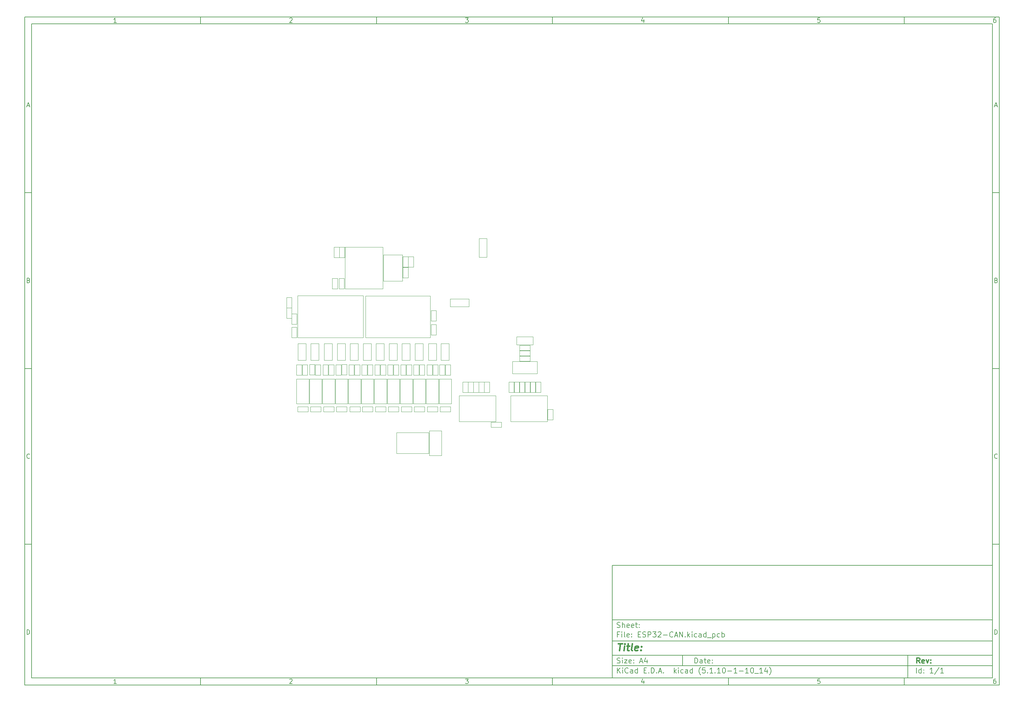
<source format=gbr>
G04 #@! TF.GenerationSoftware,KiCad,Pcbnew,(5.1.10-1-10_14)*
G04 #@! TF.CreationDate,2021-11-05T12:48:00+08:00*
G04 #@! TF.ProjectId,ESP32-CAN,45535033-322d-4434-914e-2e6b69636164,rev?*
G04 #@! TF.SameCoordinates,Original*
G04 #@! TF.FileFunction,Other,User*
%FSLAX46Y46*%
G04 Gerber Fmt 4.6, Leading zero omitted, Abs format (unit mm)*
G04 Created by KiCad (PCBNEW (5.1.10-1-10_14)) date 2021-11-05 12:48:00*
%MOMM*%
%LPD*%
G01*
G04 APERTURE LIST*
%ADD10C,0.100000*%
%ADD11C,0.150000*%
%ADD12C,0.300000*%
%ADD13C,0.400000*%
%ADD14C,0.050000*%
G04 APERTURE END LIST*
D10*
D11*
X177002200Y-166007200D02*
X177002200Y-198007200D01*
X285002200Y-198007200D01*
X285002200Y-166007200D01*
X177002200Y-166007200D01*
D10*
D11*
X10000000Y-10000000D02*
X10000000Y-200007200D01*
X287002200Y-200007200D01*
X287002200Y-10000000D01*
X10000000Y-10000000D01*
D10*
D11*
X12000000Y-12000000D02*
X12000000Y-198007200D01*
X285002200Y-198007200D01*
X285002200Y-12000000D01*
X12000000Y-12000000D01*
D10*
D11*
X60000000Y-12000000D02*
X60000000Y-10000000D01*
D10*
D11*
X110000000Y-12000000D02*
X110000000Y-10000000D01*
D10*
D11*
X160000000Y-12000000D02*
X160000000Y-10000000D01*
D10*
D11*
X210000000Y-12000000D02*
X210000000Y-10000000D01*
D10*
D11*
X260000000Y-12000000D02*
X260000000Y-10000000D01*
D10*
D11*
X36065476Y-11588095D02*
X35322619Y-11588095D01*
X35694047Y-11588095D02*
X35694047Y-10288095D01*
X35570238Y-10473809D01*
X35446428Y-10597619D01*
X35322619Y-10659523D01*
D10*
D11*
X85322619Y-10411904D02*
X85384523Y-10350000D01*
X85508333Y-10288095D01*
X85817857Y-10288095D01*
X85941666Y-10350000D01*
X86003571Y-10411904D01*
X86065476Y-10535714D01*
X86065476Y-10659523D01*
X86003571Y-10845238D01*
X85260714Y-11588095D01*
X86065476Y-11588095D01*
D10*
D11*
X135260714Y-10288095D02*
X136065476Y-10288095D01*
X135632142Y-10783333D01*
X135817857Y-10783333D01*
X135941666Y-10845238D01*
X136003571Y-10907142D01*
X136065476Y-11030952D01*
X136065476Y-11340476D01*
X136003571Y-11464285D01*
X135941666Y-11526190D01*
X135817857Y-11588095D01*
X135446428Y-11588095D01*
X135322619Y-11526190D01*
X135260714Y-11464285D01*
D10*
D11*
X185941666Y-10721428D02*
X185941666Y-11588095D01*
X185632142Y-10226190D02*
X185322619Y-11154761D01*
X186127380Y-11154761D01*
D10*
D11*
X236003571Y-10288095D02*
X235384523Y-10288095D01*
X235322619Y-10907142D01*
X235384523Y-10845238D01*
X235508333Y-10783333D01*
X235817857Y-10783333D01*
X235941666Y-10845238D01*
X236003571Y-10907142D01*
X236065476Y-11030952D01*
X236065476Y-11340476D01*
X236003571Y-11464285D01*
X235941666Y-11526190D01*
X235817857Y-11588095D01*
X235508333Y-11588095D01*
X235384523Y-11526190D01*
X235322619Y-11464285D01*
D10*
D11*
X285941666Y-10288095D02*
X285694047Y-10288095D01*
X285570238Y-10350000D01*
X285508333Y-10411904D01*
X285384523Y-10597619D01*
X285322619Y-10845238D01*
X285322619Y-11340476D01*
X285384523Y-11464285D01*
X285446428Y-11526190D01*
X285570238Y-11588095D01*
X285817857Y-11588095D01*
X285941666Y-11526190D01*
X286003571Y-11464285D01*
X286065476Y-11340476D01*
X286065476Y-11030952D01*
X286003571Y-10907142D01*
X285941666Y-10845238D01*
X285817857Y-10783333D01*
X285570238Y-10783333D01*
X285446428Y-10845238D01*
X285384523Y-10907142D01*
X285322619Y-11030952D01*
D10*
D11*
X60000000Y-198007200D02*
X60000000Y-200007200D01*
D10*
D11*
X110000000Y-198007200D02*
X110000000Y-200007200D01*
D10*
D11*
X160000000Y-198007200D02*
X160000000Y-200007200D01*
D10*
D11*
X210000000Y-198007200D02*
X210000000Y-200007200D01*
D10*
D11*
X260000000Y-198007200D02*
X260000000Y-200007200D01*
D10*
D11*
X36065476Y-199595295D02*
X35322619Y-199595295D01*
X35694047Y-199595295D02*
X35694047Y-198295295D01*
X35570238Y-198481009D01*
X35446428Y-198604819D01*
X35322619Y-198666723D01*
D10*
D11*
X85322619Y-198419104D02*
X85384523Y-198357200D01*
X85508333Y-198295295D01*
X85817857Y-198295295D01*
X85941666Y-198357200D01*
X86003571Y-198419104D01*
X86065476Y-198542914D01*
X86065476Y-198666723D01*
X86003571Y-198852438D01*
X85260714Y-199595295D01*
X86065476Y-199595295D01*
D10*
D11*
X135260714Y-198295295D02*
X136065476Y-198295295D01*
X135632142Y-198790533D01*
X135817857Y-198790533D01*
X135941666Y-198852438D01*
X136003571Y-198914342D01*
X136065476Y-199038152D01*
X136065476Y-199347676D01*
X136003571Y-199471485D01*
X135941666Y-199533390D01*
X135817857Y-199595295D01*
X135446428Y-199595295D01*
X135322619Y-199533390D01*
X135260714Y-199471485D01*
D10*
D11*
X185941666Y-198728628D02*
X185941666Y-199595295D01*
X185632142Y-198233390D02*
X185322619Y-199161961D01*
X186127380Y-199161961D01*
D10*
D11*
X236003571Y-198295295D02*
X235384523Y-198295295D01*
X235322619Y-198914342D01*
X235384523Y-198852438D01*
X235508333Y-198790533D01*
X235817857Y-198790533D01*
X235941666Y-198852438D01*
X236003571Y-198914342D01*
X236065476Y-199038152D01*
X236065476Y-199347676D01*
X236003571Y-199471485D01*
X235941666Y-199533390D01*
X235817857Y-199595295D01*
X235508333Y-199595295D01*
X235384523Y-199533390D01*
X235322619Y-199471485D01*
D10*
D11*
X285941666Y-198295295D02*
X285694047Y-198295295D01*
X285570238Y-198357200D01*
X285508333Y-198419104D01*
X285384523Y-198604819D01*
X285322619Y-198852438D01*
X285322619Y-199347676D01*
X285384523Y-199471485D01*
X285446428Y-199533390D01*
X285570238Y-199595295D01*
X285817857Y-199595295D01*
X285941666Y-199533390D01*
X286003571Y-199471485D01*
X286065476Y-199347676D01*
X286065476Y-199038152D01*
X286003571Y-198914342D01*
X285941666Y-198852438D01*
X285817857Y-198790533D01*
X285570238Y-198790533D01*
X285446428Y-198852438D01*
X285384523Y-198914342D01*
X285322619Y-199038152D01*
D10*
D11*
X10000000Y-60000000D02*
X12000000Y-60000000D01*
D10*
D11*
X10000000Y-110000000D02*
X12000000Y-110000000D01*
D10*
D11*
X10000000Y-160000000D02*
X12000000Y-160000000D01*
D10*
D11*
X10690476Y-35216666D02*
X11309523Y-35216666D01*
X10566666Y-35588095D02*
X11000000Y-34288095D01*
X11433333Y-35588095D01*
D10*
D11*
X11092857Y-84907142D02*
X11278571Y-84969047D01*
X11340476Y-85030952D01*
X11402380Y-85154761D01*
X11402380Y-85340476D01*
X11340476Y-85464285D01*
X11278571Y-85526190D01*
X11154761Y-85588095D01*
X10659523Y-85588095D01*
X10659523Y-84288095D01*
X11092857Y-84288095D01*
X11216666Y-84350000D01*
X11278571Y-84411904D01*
X11340476Y-84535714D01*
X11340476Y-84659523D01*
X11278571Y-84783333D01*
X11216666Y-84845238D01*
X11092857Y-84907142D01*
X10659523Y-84907142D01*
D10*
D11*
X11402380Y-135464285D02*
X11340476Y-135526190D01*
X11154761Y-135588095D01*
X11030952Y-135588095D01*
X10845238Y-135526190D01*
X10721428Y-135402380D01*
X10659523Y-135278571D01*
X10597619Y-135030952D01*
X10597619Y-134845238D01*
X10659523Y-134597619D01*
X10721428Y-134473809D01*
X10845238Y-134350000D01*
X11030952Y-134288095D01*
X11154761Y-134288095D01*
X11340476Y-134350000D01*
X11402380Y-134411904D01*
D10*
D11*
X10659523Y-185588095D02*
X10659523Y-184288095D01*
X10969047Y-184288095D01*
X11154761Y-184350000D01*
X11278571Y-184473809D01*
X11340476Y-184597619D01*
X11402380Y-184845238D01*
X11402380Y-185030952D01*
X11340476Y-185278571D01*
X11278571Y-185402380D01*
X11154761Y-185526190D01*
X10969047Y-185588095D01*
X10659523Y-185588095D01*
D10*
D11*
X287002200Y-60000000D02*
X285002200Y-60000000D01*
D10*
D11*
X287002200Y-110000000D02*
X285002200Y-110000000D01*
D10*
D11*
X287002200Y-160000000D02*
X285002200Y-160000000D01*
D10*
D11*
X285692676Y-35216666D02*
X286311723Y-35216666D01*
X285568866Y-35588095D02*
X286002200Y-34288095D01*
X286435533Y-35588095D01*
D10*
D11*
X286095057Y-84907142D02*
X286280771Y-84969047D01*
X286342676Y-85030952D01*
X286404580Y-85154761D01*
X286404580Y-85340476D01*
X286342676Y-85464285D01*
X286280771Y-85526190D01*
X286156961Y-85588095D01*
X285661723Y-85588095D01*
X285661723Y-84288095D01*
X286095057Y-84288095D01*
X286218866Y-84350000D01*
X286280771Y-84411904D01*
X286342676Y-84535714D01*
X286342676Y-84659523D01*
X286280771Y-84783333D01*
X286218866Y-84845238D01*
X286095057Y-84907142D01*
X285661723Y-84907142D01*
D10*
D11*
X286404580Y-135464285D02*
X286342676Y-135526190D01*
X286156961Y-135588095D01*
X286033152Y-135588095D01*
X285847438Y-135526190D01*
X285723628Y-135402380D01*
X285661723Y-135278571D01*
X285599819Y-135030952D01*
X285599819Y-134845238D01*
X285661723Y-134597619D01*
X285723628Y-134473809D01*
X285847438Y-134350000D01*
X286033152Y-134288095D01*
X286156961Y-134288095D01*
X286342676Y-134350000D01*
X286404580Y-134411904D01*
D10*
D11*
X285661723Y-185588095D02*
X285661723Y-184288095D01*
X285971247Y-184288095D01*
X286156961Y-184350000D01*
X286280771Y-184473809D01*
X286342676Y-184597619D01*
X286404580Y-184845238D01*
X286404580Y-185030952D01*
X286342676Y-185278571D01*
X286280771Y-185402380D01*
X286156961Y-185526190D01*
X285971247Y-185588095D01*
X285661723Y-185588095D01*
D10*
D11*
X200434342Y-193785771D02*
X200434342Y-192285771D01*
X200791485Y-192285771D01*
X201005771Y-192357200D01*
X201148628Y-192500057D01*
X201220057Y-192642914D01*
X201291485Y-192928628D01*
X201291485Y-193142914D01*
X201220057Y-193428628D01*
X201148628Y-193571485D01*
X201005771Y-193714342D01*
X200791485Y-193785771D01*
X200434342Y-193785771D01*
X202577200Y-193785771D02*
X202577200Y-193000057D01*
X202505771Y-192857200D01*
X202362914Y-192785771D01*
X202077200Y-192785771D01*
X201934342Y-192857200D01*
X202577200Y-193714342D02*
X202434342Y-193785771D01*
X202077200Y-193785771D01*
X201934342Y-193714342D01*
X201862914Y-193571485D01*
X201862914Y-193428628D01*
X201934342Y-193285771D01*
X202077200Y-193214342D01*
X202434342Y-193214342D01*
X202577200Y-193142914D01*
X203077200Y-192785771D02*
X203648628Y-192785771D01*
X203291485Y-192285771D02*
X203291485Y-193571485D01*
X203362914Y-193714342D01*
X203505771Y-193785771D01*
X203648628Y-193785771D01*
X204720057Y-193714342D02*
X204577200Y-193785771D01*
X204291485Y-193785771D01*
X204148628Y-193714342D01*
X204077200Y-193571485D01*
X204077200Y-193000057D01*
X204148628Y-192857200D01*
X204291485Y-192785771D01*
X204577200Y-192785771D01*
X204720057Y-192857200D01*
X204791485Y-193000057D01*
X204791485Y-193142914D01*
X204077200Y-193285771D01*
X205434342Y-193642914D02*
X205505771Y-193714342D01*
X205434342Y-193785771D01*
X205362914Y-193714342D01*
X205434342Y-193642914D01*
X205434342Y-193785771D01*
X205434342Y-192857200D02*
X205505771Y-192928628D01*
X205434342Y-193000057D01*
X205362914Y-192928628D01*
X205434342Y-192857200D01*
X205434342Y-193000057D01*
D10*
D11*
X177002200Y-194507200D02*
X285002200Y-194507200D01*
D10*
D11*
X178434342Y-196585771D02*
X178434342Y-195085771D01*
X179291485Y-196585771D02*
X178648628Y-195728628D01*
X179291485Y-195085771D02*
X178434342Y-195942914D01*
X179934342Y-196585771D02*
X179934342Y-195585771D01*
X179934342Y-195085771D02*
X179862914Y-195157200D01*
X179934342Y-195228628D01*
X180005771Y-195157200D01*
X179934342Y-195085771D01*
X179934342Y-195228628D01*
X181505771Y-196442914D02*
X181434342Y-196514342D01*
X181220057Y-196585771D01*
X181077200Y-196585771D01*
X180862914Y-196514342D01*
X180720057Y-196371485D01*
X180648628Y-196228628D01*
X180577200Y-195942914D01*
X180577200Y-195728628D01*
X180648628Y-195442914D01*
X180720057Y-195300057D01*
X180862914Y-195157200D01*
X181077200Y-195085771D01*
X181220057Y-195085771D01*
X181434342Y-195157200D01*
X181505771Y-195228628D01*
X182791485Y-196585771D02*
X182791485Y-195800057D01*
X182720057Y-195657200D01*
X182577200Y-195585771D01*
X182291485Y-195585771D01*
X182148628Y-195657200D01*
X182791485Y-196514342D02*
X182648628Y-196585771D01*
X182291485Y-196585771D01*
X182148628Y-196514342D01*
X182077200Y-196371485D01*
X182077200Y-196228628D01*
X182148628Y-196085771D01*
X182291485Y-196014342D01*
X182648628Y-196014342D01*
X182791485Y-195942914D01*
X184148628Y-196585771D02*
X184148628Y-195085771D01*
X184148628Y-196514342D02*
X184005771Y-196585771D01*
X183720057Y-196585771D01*
X183577200Y-196514342D01*
X183505771Y-196442914D01*
X183434342Y-196300057D01*
X183434342Y-195871485D01*
X183505771Y-195728628D01*
X183577200Y-195657200D01*
X183720057Y-195585771D01*
X184005771Y-195585771D01*
X184148628Y-195657200D01*
X186005771Y-195800057D02*
X186505771Y-195800057D01*
X186720057Y-196585771D02*
X186005771Y-196585771D01*
X186005771Y-195085771D01*
X186720057Y-195085771D01*
X187362914Y-196442914D02*
X187434342Y-196514342D01*
X187362914Y-196585771D01*
X187291485Y-196514342D01*
X187362914Y-196442914D01*
X187362914Y-196585771D01*
X188077200Y-196585771D02*
X188077200Y-195085771D01*
X188434342Y-195085771D01*
X188648628Y-195157200D01*
X188791485Y-195300057D01*
X188862914Y-195442914D01*
X188934342Y-195728628D01*
X188934342Y-195942914D01*
X188862914Y-196228628D01*
X188791485Y-196371485D01*
X188648628Y-196514342D01*
X188434342Y-196585771D01*
X188077200Y-196585771D01*
X189577200Y-196442914D02*
X189648628Y-196514342D01*
X189577200Y-196585771D01*
X189505771Y-196514342D01*
X189577200Y-196442914D01*
X189577200Y-196585771D01*
X190220057Y-196157200D02*
X190934342Y-196157200D01*
X190077200Y-196585771D02*
X190577200Y-195085771D01*
X191077200Y-196585771D01*
X191577200Y-196442914D02*
X191648628Y-196514342D01*
X191577200Y-196585771D01*
X191505771Y-196514342D01*
X191577200Y-196442914D01*
X191577200Y-196585771D01*
X194577200Y-196585771D02*
X194577200Y-195085771D01*
X194720057Y-196014342D02*
X195148628Y-196585771D01*
X195148628Y-195585771D02*
X194577200Y-196157200D01*
X195791485Y-196585771D02*
X195791485Y-195585771D01*
X195791485Y-195085771D02*
X195720057Y-195157200D01*
X195791485Y-195228628D01*
X195862914Y-195157200D01*
X195791485Y-195085771D01*
X195791485Y-195228628D01*
X197148628Y-196514342D02*
X197005771Y-196585771D01*
X196720057Y-196585771D01*
X196577200Y-196514342D01*
X196505771Y-196442914D01*
X196434342Y-196300057D01*
X196434342Y-195871485D01*
X196505771Y-195728628D01*
X196577200Y-195657200D01*
X196720057Y-195585771D01*
X197005771Y-195585771D01*
X197148628Y-195657200D01*
X198434342Y-196585771D02*
X198434342Y-195800057D01*
X198362914Y-195657200D01*
X198220057Y-195585771D01*
X197934342Y-195585771D01*
X197791485Y-195657200D01*
X198434342Y-196514342D02*
X198291485Y-196585771D01*
X197934342Y-196585771D01*
X197791485Y-196514342D01*
X197720057Y-196371485D01*
X197720057Y-196228628D01*
X197791485Y-196085771D01*
X197934342Y-196014342D01*
X198291485Y-196014342D01*
X198434342Y-195942914D01*
X199791485Y-196585771D02*
X199791485Y-195085771D01*
X199791485Y-196514342D02*
X199648628Y-196585771D01*
X199362914Y-196585771D01*
X199220057Y-196514342D01*
X199148628Y-196442914D01*
X199077200Y-196300057D01*
X199077200Y-195871485D01*
X199148628Y-195728628D01*
X199220057Y-195657200D01*
X199362914Y-195585771D01*
X199648628Y-195585771D01*
X199791485Y-195657200D01*
X202077200Y-197157200D02*
X202005771Y-197085771D01*
X201862914Y-196871485D01*
X201791485Y-196728628D01*
X201720057Y-196514342D01*
X201648628Y-196157200D01*
X201648628Y-195871485D01*
X201720057Y-195514342D01*
X201791485Y-195300057D01*
X201862914Y-195157200D01*
X202005771Y-194942914D01*
X202077200Y-194871485D01*
X203362914Y-195085771D02*
X202648628Y-195085771D01*
X202577200Y-195800057D01*
X202648628Y-195728628D01*
X202791485Y-195657200D01*
X203148628Y-195657200D01*
X203291485Y-195728628D01*
X203362914Y-195800057D01*
X203434342Y-195942914D01*
X203434342Y-196300057D01*
X203362914Y-196442914D01*
X203291485Y-196514342D01*
X203148628Y-196585771D01*
X202791485Y-196585771D01*
X202648628Y-196514342D01*
X202577200Y-196442914D01*
X204077200Y-196442914D02*
X204148628Y-196514342D01*
X204077200Y-196585771D01*
X204005771Y-196514342D01*
X204077200Y-196442914D01*
X204077200Y-196585771D01*
X205577200Y-196585771D02*
X204720057Y-196585771D01*
X205148628Y-196585771D02*
X205148628Y-195085771D01*
X205005771Y-195300057D01*
X204862914Y-195442914D01*
X204720057Y-195514342D01*
X206220057Y-196442914D02*
X206291485Y-196514342D01*
X206220057Y-196585771D01*
X206148628Y-196514342D01*
X206220057Y-196442914D01*
X206220057Y-196585771D01*
X207720057Y-196585771D02*
X206862914Y-196585771D01*
X207291485Y-196585771D02*
X207291485Y-195085771D01*
X207148628Y-195300057D01*
X207005771Y-195442914D01*
X206862914Y-195514342D01*
X208648628Y-195085771D02*
X208791485Y-195085771D01*
X208934342Y-195157200D01*
X209005771Y-195228628D01*
X209077200Y-195371485D01*
X209148628Y-195657200D01*
X209148628Y-196014342D01*
X209077200Y-196300057D01*
X209005771Y-196442914D01*
X208934342Y-196514342D01*
X208791485Y-196585771D01*
X208648628Y-196585771D01*
X208505771Y-196514342D01*
X208434342Y-196442914D01*
X208362914Y-196300057D01*
X208291485Y-196014342D01*
X208291485Y-195657200D01*
X208362914Y-195371485D01*
X208434342Y-195228628D01*
X208505771Y-195157200D01*
X208648628Y-195085771D01*
X209791485Y-196014342D02*
X210934342Y-196014342D01*
X212434342Y-196585771D02*
X211577200Y-196585771D01*
X212005771Y-196585771D02*
X212005771Y-195085771D01*
X211862914Y-195300057D01*
X211720057Y-195442914D01*
X211577200Y-195514342D01*
X213077200Y-196014342D02*
X214220057Y-196014342D01*
X215720057Y-196585771D02*
X214862914Y-196585771D01*
X215291485Y-196585771D02*
X215291485Y-195085771D01*
X215148628Y-195300057D01*
X215005771Y-195442914D01*
X214862914Y-195514342D01*
X216648628Y-195085771D02*
X216791485Y-195085771D01*
X216934342Y-195157200D01*
X217005771Y-195228628D01*
X217077200Y-195371485D01*
X217148628Y-195657200D01*
X217148628Y-196014342D01*
X217077200Y-196300057D01*
X217005771Y-196442914D01*
X216934342Y-196514342D01*
X216791485Y-196585771D01*
X216648628Y-196585771D01*
X216505771Y-196514342D01*
X216434342Y-196442914D01*
X216362914Y-196300057D01*
X216291485Y-196014342D01*
X216291485Y-195657200D01*
X216362914Y-195371485D01*
X216434342Y-195228628D01*
X216505771Y-195157200D01*
X216648628Y-195085771D01*
X217434342Y-196728628D02*
X218577200Y-196728628D01*
X219720057Y-196585771D02*
X218862914Y-196585771D01*
X219291485Y-196585771D02*
X219291485Y-195085771D01*
X219148628Y-195300057D01*
X219005771Y-195442914D01*
X218862914Y-195514342D01*
X221005771Y-195585771D02*
X221005771Y-196585771D01*
X220648628Y-195014342D02*
X220291485Y-196085771D01*
X221220057Y-196085771D01*
X221648628Y-197157200D02*
X221720057Y-197085771D01*
X221862914Y-196871485D01*
X221934342Y-196728628D01*
X222005771Y-196514342D01*
X222077200Y-196157200D01*
X222077200Y-195871485D01*
X222005771Y-195514342D01*
X221934342Y-195300057D01*
X221862914Y-195157200D01*
X221720057Y-194942914D01*
X221648628Y-194871485D01*
D10*
D11*
X177002200Y-191507200D02*
X285002200Y-191507200D01*
D10*
D12*
X264411485Y-193785771D02*
X263911485Y-193071485D01*
X263554342Y-193785771D02*
X263554342Y-192285771D01*
X264125771Y-192285771D01*
X264268628Y-192357200D01*
X264340057Y-192428628D01*
X264411485Y-192571485D01*
X264411485Y-192785771D01*
X264340057Y-192928628D01*
X264268628Y-193000057D01*
X264125771Y-193071485D01*
X263554342Y-193071485D01*
X265625771Y-193714342D02*
X265482914Y-193785771D01*
X265197200Y-193785771D01*
X265054342Y-193714342D01*
X264982914Y-193571485D01*
X264982914Y-193000057D01*
X265054342Y-192857200D01*
X265197200Y-192785771D01*
X265482914Y-192785771D01*
X265625771Y-192857200D01*
X265697200Y-193000057D01*
X265697200Y-193142914D01*
X264982914Y-193285771D01*
X266197200Y-192785771D02*
X266554342Y-193785771D01*
X266911485Y-192785771D01*
X267482914Y-193642914D02*
X267554342Y-193714342D01*
X267482914Y-193785771D01*
X267411485Y-193714342D01*
X267482914Y-193642914D01*
X267482914Y-193785771D01*
X267482914Y-192857200D02*
X267554342Y-192928628D01*
X267482914Y-193000057D01*
X267411485Y-192928628D01*
X267482914Y-192857200D01*
X267482914Y-193000057D01*
D10*
D11*
X178362914Y-193714342D02*
X178577200Y-193785771D01*
X178934342Y-193785771D01*
X179077200Y-193714342D01*
X179148628Y-193642914D01*
X179220057Y-193500057D01*
X179220057Y-193357200D01*
X179148628Y-193214342D01*
X179077200Y-193142914D01*
X178934342Y-193071485D01*
X178648628Y-193000057D01*
X178505771Y-192928628D01*
X178434342Y-192857200D01*
X178362914Y-192714342D01*
X178362914Y-192571485D01*
X178434342Y-192428628D01*
X178505771Y-192357200D01*
X178648628Y-192285771D01*
X179005771Y-192285771D01*
X179220057Y-192357200D01*
X179862914Y-193785771D02*
X179862914Y-192785771D01*
X179862914Y-192285771D02*
X179791485Y-192357200D01*
X179862914Y-192428628D01*
X179934342Y-192357200D01*
X179862914Y-192285771D01*
X179862914Y-192428628D01*
X180434342Y-192785771D02*
X181220057Y-192785771D01*
X180434342Y-193785771D01*
X181220057Y-193785771D01*
X182362914Y-193714342D02*
X182220057Y-193785771D01*
X181934342Y-193785771D01*
X181791485Y-193714342D01*
X181720057Y-193571485D01*
X181720057Y-193000057D01*
X181791485Y-192857200D01*
X181934342Y-192785771D01*
X182220057Y-192785771D01*
X182362914Y-192857200D01*
X182434342Y-193000057D01*
X182434342Y-193142914D01*
X181720057Y-193285771D01*
X183077200Y-193642914D02*
X183148628Y-193714342D01*
X183077200Y-193785771D01*
X183005771Y-193714342D01*
X183077200Y-193642914D01*
X183077200Y-193785771D01*
X183077200Y-192857200D02*
X183148628Y-192928628D01*
X183077200Y-193000057D01*
X183005771Y-192928628D01*
X183077200Y-192857200D01*
X183077200Y-193000057D01*
X184862914Y-193357200D02*
X185577200Y-193357200D01*
X184720057Y-193785771D02*
X185220057Y-192285771D01*
X185720057Y-193785771D01*
X186862914Y-192785771D02*
X186862914Y-193785771D01*
X186505771Y-192214342D02*
X186148628Y-193285771D01*
X187077200Y-193285771D01*
D10*
D11*
X263434342Y-196585771D02*
X263434342Y-195085771D01*
X264791485Y-196585771D02*
X264791485Y-195085771D01*
X264791485Y-196514342D02*
X264648628Y-196585771D01*
X264362914Y-196585771D01*
X264220057Y-196514342D01*
X264148628Y-196442914D01*
X264077200Y-196300057D01*
X264077200Y-195871485D01*
X264148628Y-195728628D01*
X264220057Y-195657200D01*
X264362914Y-195585771D01*
X264648628Y-195585771D01*
X264791485Y-195657200D01*
X265505771Y-196442914D02*
X265577200Y-196514342D01*
X265505771Y-196585771D01*
X265434342Y-196514342D01*
X265505771Y-196442914D01*
X265505771Y-196585771D01*
X265505771Y-195657200D02*
X265577200Y-195728628D01*
X265505771Y-195800057D01*
X265434342Y-195728628D01*
X265505771Y-195657200D01*
X265505771Y-195800057D01*
X268148628Y-196585771D02*
X267291485Y-196585771D01*
X267720057Y-196585771D02*
X267720057Y-195085771D01*
X267577200Y-195300057D01*
X267434342Y-195442914D01*
X267291485Y-195514342D01*
X269862914Y-195014342D02*
X268577200Y-196942914D01*
X271148628Y-196585771D02*
X270291485Y-196585771D01*
X270720057Y-196585771D02*
X270720057Y-195085771D01*
X270577200Y-195300057D01*
X270434342Y-195442914D01*
X270291485Y-195514342D01*
D10*
D11*
X177002200Y-187507200D02*
X285002200Y-187507200D01*
D10*
D13*
X178714580Y-188211961D02*
X179857438Y-188211961D01*
X179036009Y-190211961D02*
X179286009Y-188211961D01*
X180274104Y-190211961D02*
X180440771Y-188878628D01*
X180524104Y-188211961D02*
X180416961Y-188307200D01*
X180500295Y-188402438D01*
X180607438Y-188307200D01*
X180524104Y-188211961D01*
X180500295Y-188402438D01*
X181107438Y-188878628D02*
X181869342Y-188878628D01*
X181476485Y-188211961D02*
X181262200Y-189926247D01*
X181333628Y-190116723D01*
X181512200Y-190211961D01*
X181702676Y-190211961D01*
X182655057Y-190211961D02*
X182476485Y-190116723D01*
X182405057Y-189926247D01*
X182619342Y-188211961D01*
X184190771Y-190116723D02*
X183988390Y-190211961D01*
X183607438Y-190211961D01*
X183428866Y-190116723D01*
X183357438Y-189926247D01*
X183452676Y-189164342D01*
X183571723Y-188973866D01*
X183774104Y-188878628D01*
X184155057Y-188878628D01*
X184333628Y-188973866D01*
X184405057Y-189164342D01*
X184381247Y-189354819D01*
X183405057Y-189545295D01*
X185155057Y-190021485D02*
X185238390Y-190116723D01*
X185131247Y-190211961D01*
X185047914Y-190116723D01*
X185155057Y-190021485D01*
X185131247Y-190211961D01*
X185286009Y-188973866D02*
X185369342Y-189069104D01*
X185262200Y-189164342D01*
X185178866Y-189069104D01*
X185286009Y-188973866D01*
X185262200Y-189164342D01*
D10*
D11*
X178934342Y-185600057D02*
X178434342Y-185600057D01*
X178434342Y-186385771D02*
X178434342Y-184885771D01*
X179148628Y-184885771D01*
X179720057Y-186385771D02*
X179720057Y-185385771D01*
X179720057Y-184885771D02*
X179648628Y-184957200D01*
X179720057Y-185028628D01*
X179791485Y-184957200D01*
X179720057Y-184885771D01*
X179720057Y-185028628D01*
X180648628Y-186385771D02*
X180505771Y-186314342D01*
X180434342Y-186171485D01*
X180434342Y-184885771D01*
X181791485Y-186314342D02*
X181648628Y-186385771D01*
X181362914Y-186385771D01*
X181220057Y-186314342D01*
X181148628Y-186171485D01*
X181148628Y-185600057D01*
X181220057Y-185457200D01*
X181362914Y-185385771D01*
X181648628Y-185385771D01*
X181791485Y-185457200D01*
X181862914Y-185600057D01*
X181862914Y-185742914D01*
X181148628Y-185885771D01*
X182505771Y-186242914D02*
X182577200Y-186314342D01*
X182505771Y-186385771D01*
X182434342Y-186314342D01*
X182505771Y-186242914D01*
X182505771Y-186385771D01*
X182505771Y-185457200D02*
X182577200Y-185528628D01*
X182505771Y-185600057D01*
X182434342Y-185528628D01*
X182505771Y-185457200D01*
X182505771Y-185600057D01*
X184362914Y-185600057D02*
X184862914Y-185600057D01*
X185077200Y-186385771D02*
X184362914Y-186385771D01*
X184362914Y-184885771D01*
X185077200Y-184885771D01*
X185648628Y-186314342D02*
X185862914Y-186385771D01*
X186220057Y-186385771D01*
X186362914Y-186314342D01*
X186434342Y-186242914D01*
X186505771Y-186100057D01*
X186505771Y-185957200D01*
X186434342Y-185814342D01*
X186362914Y-185742914D01*
X186220057Y-185671485D01*
X185934342Y-185600057D01*
X185791485Y-185528628D01*
X185720057Y-185457200D01*
X185648628Y-185314342D01*
X185648628Y-185171485D01*
X185720057Y-185028628D01*
X185791485Y-184957200D01*
X185934342Y-184885771D01*
X186291485Y-184885771D01*
X186505771Y-184957200D01*
X187148628Y-186385771D02*
X187148628Y-184885771D01*
X187720057Y-184885771D01*
X187862914Y-184957200D01*
X187934342Y-185028628D01*
X188005771Y-185171485D01*
X188005771Y-185385771D01*
X187934342Y-185528628D01*
X187862914Y-185600057D01*
X187720057Y-185671485D01*
X187148628Y-185671485D01*
X188505771Y-184885771D02*
X189434342Y-184885771D01*
X188934342Y-185457200D01*
X189148628Y-185457200D01*
X189291485Y-185528628D01*
X189362914Y-185600057D01*
X189434342Y-185742914D01*
X189434342Y-186100057D01*
X189362914Y-186242914D01*
X189291485Y-186314342D01*
X189148628Y-186385771D01*
X188720057Y-186385771D01*
X188577200Y-186314342D01*
X188505771Y-186242914D01*
X190005771Y-185028628D02*
X190077200Y-184957200D01*
X190220057Y-184885771D01*
X190577200Y-184885771D01*
X190720057Y-184957200D01*
X190791485Y-185028628D01*
X190862914Y-185171485D01*
X190862914Y-185314342D01*
X190791485Y-185528628D01*
X189934342Y-186385771D01*
X190862914Y-186385771D01*
X191505771Y-185814342D02*
X192648628Y-185814342D01*
X194220057Y-186242914D02*
X194148628Y-186314342D01*
X193934342Y-186385771D01*
X193791485Y-186385771D01*
X193577200Y-186314342D01*
X193434342Y-186171485D01*
X193362914Y-186028628D01*
X193291485Y-185742914D01*
X193291485Y-185528628D01*
X193362914Y-185242914D01*
X193434342Y-185100057D01*
X193577200Y-184957200D01*
X193791485Y-184885771D01*
X193934342Y-184885771D01*
X194148628Y-184957200D01*
X194220057Y-185028628D01*
X194791485Y-185957200D02*
X195505771Y-185957200D01*
X194648628Y-186385771D02*
X195148628Y-184885771D01*
X195648628Y-186385771D01*
X196148628Y-186385771D02*
X196148628Y-184885771D01*
X197005771Y-186385771D01*
X197005771Y-184885771D01*
X197720057Y-186242914D02*
X197791485Y-186314342D01*
X197720057Y-186385771D01*
X197648628Y-186314342D01*
X197720057Y-186242914D01*
X197720057Y-186385771D01*
X198434342Y-186385771D02*
X198434342Y-184885771D01*
X198577200Y-185814342D02*
X199005771Y-186385771D01*
X199005771Y-185385771D02*
X198434342Y-185957200D01*
X199648628Y-186385771D02*
X199648628Y-185385771D01*
X199648628Y-184885771D02*
X199577200Y-184957200D01*
X199648628Y-185028628D01*
X199720057Y-184957200D01*
X199648628Y-184885771D01*
X199648628Y-185028628D01*
X201005771Y-186314342D02*
X200862914Y-186385771D01*
X200577200Y-186385771D01*
X200434342Y-186314342D01*
X200362914Y-186242914D01*
X200291485Y-186100057D01*
X200291485Y-185671485D01*
X200362914Y-185528628D01*
X200434342Y-185457200D01*
X200577200Y-185385771D01*
X200862914Y-185385771D01*
X201005771Y-185457200D01*
X202291485Y-186385771D02*
X202291485Y-185600057D01*
X202220057Y-185457200D01*
X202077200Y-185385771D01*
X201791485Y-185385771D01*
X201648628Y-185457200D01*
X202291485Y-186314342D02*
X202148628Y-186385771D01*
X201791485Y-186385771D01*
X201648628Y-186314342D01*
X201577200Y-186171485D01*
X201577200Y-186028628D01*
X201648628Y-185885771D01*
X201791485Y-185814342D01*
X202148628Y-185814342D01*
X202291485Y-185742914D01*
X203648628Y-186385771D02*
X203648628Y-184885771D01*
X203648628Y-186314342D02*
X203505771Y-186385771D01*
X203220057Y-186385771D01*
X203077200Y-186314342D01*
X203005771Y-186242914D01*
X202934342Y-186100057D01*
X202934342Y-185671485D01*
X203005771Y-185528628D01*
X203077200Y-185457200D01*
X203220057Y-185385771D01*
X203505771Y-185385771D01*
X203648628Y-185457200D01*
X204005771Y-186528628D02*
X205148628Y-186528628D01*
X205505771Y-185385771D02*
X205505771Y-186885771D01*
X205505771Y-185457200D02*
X205648628Y-185385771D01*
X205934342Y-185385771D01*
X206077200Y-185457200D01*
X206148628Y-185528628D01*
X206220057Y-185671485D01*
X206220057Y-186100057D01*
X206148628Y-186242914D01*
X206077200Y-186314342D01*
X205934342Y-186385771D01*
X205648628Y-186385771D01*
X205505771Y-186314342D01*
X207505771Y-186314342D02*
X207362914Y-186385771D01*
X207077200Y-186385771D01*
X206934342Y-186314342D01*
X206862914Y-186242914D01*
X206791485Y-186100057D01*
X206791485Y-185671485D01*
X206862914Y-185528628D01*
X206934342Y-185457200D01*
X207077200Y-185385771D01*
X207362914Y-185385771D01*
X207505771Y-185457200D01*
X208148628Y-186385771D02*
X208148628Y-184885771D01*
X208148628Y-185457200D02*
X208291485Y-185385771D01*
X208577200Y-185385771D01*
X208720057Y-185457200D01*
X208791485Y-185528628D01*
X208862914Y-185671485D01*
X208862914Y-186100057D01*
X208791485Y-186242914D01*
X208720057Y-186314342D01*
X208577200Y-186385771D01*
X208291485Y-186385771D01*
X208148628Y-186314342D01*
D10*
D11*
X177002200Y-181507200D02*
X285002200Y-181507200D01*
D10*
D11*
X178362914Y-183614342D02*
X178577200Y-183685771D01*
X178934342Y-183685771D01*
X179077200Y-183614342D01*
X179148628Y-183542914D01*
X179220057Y-183400057D01*
X179220057Y-183257200D01*
X179148628Y-183114342D01*
X179077200Y-183042914D01*
X178934342Y-182971485D01*
X178648628Y-182900057D01*
X178505771Y-182828628D01*
X178434342Y-182757200D01*
X178362914Y-182614342D01*
X178362914Y-182471485D01*
X178434342Y-182328628D01*
X178505771Y-182257200D01*
X178648628Y-182185771D01*
X179005771Y-182185771D01*
X179220057Y-182257200D01*
X179862914Y-183685771D02*
X179862914Y-182185771D01*
X180505771Y-183685771D02*
X180505771Y-182900057D01*
X180434342Y-182757200D01*
X180291485Y-182685771D01*
X180077200Y-182685771D01*
X179934342Y-182757200D01*
X179862914Y-182828628D01*
X181791485Y-183614342D02*
X181648628Y-183685771D01*
X181362914Y-183685771D01*
X181220057Y-183614342D01*
X181148628Y-183471485D01*
X181148628Y-182900057D01*
X181220057Y-182757200D01*
X181362914Y-182685771D01*
X181648628Y-182685771D01*
X181791485Y-182757200D01*
X181862914Y-182900057D01*
X181862914Y-183042914D01*
X181148628Y-183185771D01*
X183077200Y-183614342D02*
X182934342Y-183685771D01*
X182648628Y-183685771D01*
X182505771Y-183614342D01*
X182434342Y-183471485D01*
X182434342Y-182900057D01*
X182505771Y-182757200D01*
X182648628Y-182685771D01*
X182934342Y-182685771D01*
X183077200Y-182757200D01*
X183148628Y-182900057D01*
X183148628Y-183042914D01*
X182434342Y-183185771D01*
X183577200Y-182685771D02*
X184148628Y-182685771D01*
X183791485Y-182185771D02*
X183791485Y-183471485D01*
X183862914Y-183614342D01*
X184005771Y-183685771D01*
X184148628Y-183685771D01*
X184648628Y-183542914D02*
X184720057Y-183614342D01*
X184648628Y-183685771D01*
X184577200Y-183614342D01*
X184648628Y-183542914D01*
X184648628Y-183685771D01*
X184648628Y-182757200D02*
X184720057Y-182828628D01*
X184648628Y-182900057D01*
X184577200Y-182828628D01*
X184648628Y-182757200D01*
X184648628Y-182900057D01*
D10*
D11*
X197002200Y-191507200D02*
X197002200Y-194507200D01*
D10*
D11*
X261002200Y-191507200D02*
X261002200Y-198007200D01*
D14*
X117507000Y-78149000D02*
X117507000Y-81109000D01*
X118967000Y-78149000D02*
X117507000Y-78149000D01*
X118967000Y-81109000D02*
X118967000Y-78149000D01*
X117507000Y-81109000D02*
X118967000Y-81109000D01*
X85883500Y-92729500D02*
X85883500Y-89769500D01*
X84423500Y-92729500D02*
X85883500Y-92729500D01*
X84423500Y-89769500D02*
X84423500Y-92729500D01*
X85883500Y-89769500D02*
X84423500Y-89769500D01*
X85883500Y-95714000D02*
X85883500Y-92754000D01*
X84423500Y-95714000D02*
X85883500Y-95714000D01*
X84423500Y-92754000D02*
X84423500Y-95714000D01*
X85883500Y-92754000D02*
X84423500Y-92754000D01*
X111826000Y-87337000D02*
X101026000Y-87337000D01*
X101026000Y-87337000D02*
X101026000Y-75477000D01*
X101026000Y-75477000D02*
X111826000Y-75477000D01*
X111826000Y-75477000D02*
X111826000Y-87337000D01*
X124996000Y-134691000D02*
X128496000Y-134691000D01*
X124996000Y-127691000D02*
X124996000Y-134691000D01*
X128496000Y-127691000D02*
X124996000Y-127691000D01*
X128496000Y-134691000D02*
X128496000Y-127691000D01*
X87277000Y-119959000D02*
X90777000Y-119959000D01*
X87277000Y-112959000D02*
X87277000Y-119959000D01*
X90777000Y-112959000D02*
X87277000Y-112959000D01*
X90777000Y-119959000D02*
X90777000Y-112959000D01*
X94643000Y-119959000D02*
X98143000Y-119959000D01*
X94643000Y-112959000D02*
X94643000Y-119959000D01*
X98143000Y-112959000D02*
X94643000Y-112959000D01*
X98143000Y-119959000D02*
X98143000Y-112959000D01*
X155646000Y-111478000D02*
X155646000Y-107978000D01*
X148646000Y-111478000D02*
X155646000Y-111478000D01*
X148646000Y-107978000D02*
X148646000Y-111478000D01*
X155646000Y-107978000D02*
X148646000Y-107978000D01*
X89923000Y-107633000D02*
X87623000Y-107633000D01*
X87623000Y-102933000D02*
X87623000Y-107633000D01*
X89923000Y-102933000D02*
X87623000Y-102933000D01*
X89923000Y-107633000D02*
X89923000Y-102933000D01*
X90960000Y-119959000D02*
X94460000Y-119959000D01*
X90960000Y-112959000D02*
X90960000Y-119959000D01*
X94460000Y-112959000D02*
X90960000Y-112959000D01*
X94460000Y-119959000D02*
X94460000Y-112959000D01*
X98326000Y-119959000D02*
X101826000Y-119959000D01*
X98326000Y-112959000D02*
X98326000Y-119959000D01*
X101826000Y-112959000D02*
X98326000Y-112959000D01*
X101826000Y-119959000D02*
X101826000Y-112959000D01*
X101099000Y-107633000D02*
X98799000Y-107633000D01*
X98799000Y-102933000D02*
X98799000Y-107633000D01*
X101099000Y-102933000D02*
X98799000Y-102933000D01*
X101099000Y-107633000D02*
X101099000Y-102933000D01*
X149796000Y-103258000D02*
X149796000Y-100958000D01*
X154496000Y-100958000D02*
X149796000Y-100958000D01*
X154496000Y-103258000D02*
X154496000Y-100958000D01*
X149796000Y-103258000D02*
X154496000Y-103258000D01*
X136254000Y-92413000D02*
X136254000Y-90213000D01*
X130954000Y-92413000D02*
X136254000Y-92413000D01*
X130954000Y-90213000D02*
X130954000Y-92413000D01*
X136254000Y-90213000D02*
X130954000Y-90213000D01*
X139108000Y-78342000D02*
X141308000Y-78342000D01*
X139108000Y-73042000D02*
X139108000Y-78342000D01*
X141308000Y-73042000D02*
X139108000Y-73042000D01*
X141308000Y-78342000D02*
X141308000Y-73042000D01*
X102009000Y-119959000D02*
X105509000Y-119959000D01*
X102009000Y-112959000D02*
X102009000Y-119959000D01*
X105509000Y-112959000D02*
X102009000Y-112959000D01*
X105509000Y-119959000D02*
X105509000Y-112959000D01*
X104782000Y-107633000D02*
X102482000Y-107633000D01*
X102482000Y-102933000D02*
X102482000Y-107633000D01*
X104782000Y-102933000D02*
X102482000Y-102933000D01*
X104782000Y-107633000D02*
X104782000Y-102933000D01*
X113058000Y-119959000D02*
X116558000Y-119959000D01*
X113058000Y-112959000D02*
X113058000Y-119959000D01*
X116558000Y-112959000D02*
X113058000Y-112959000D01*
X116558000Y-119959000D02*
X116558000Y-112959000D01*
X115831000Y-107633000D02*
X113531000Y-107633000D01*
X113531000Y-102933000D02*
X113531000Y-107633000D01*
X115831000Y-102933000D02*
X113531000Y-102933000D01*
X115831000Y-107633000D02*
X115831000Y-102933000D01*
X124107000Y-119959000D02*
X127607000Y-119959000D01*
X124107000Y-112959000D02*
X124107000Y-119959000D01*
X127607000Y-112959000D02*
X124107000Y-112959000D01*
X127607000Y-119959000D02*
X127607000Y-112959000D01*
X120424000Y-119959000D02*
X123924000Y-119959000D01*
X120424000Y-112959000D02*
X120424000Y-119959000D01*
X123924000Y-112959000D02*
X120424000Y-112959000D01*
X123924000Y-119959000D02*
X123924000Y-112959000D01*
X127790000Y-119959000D02*
X131290000Y-119959000D01*
X127790000Y-112959000D02*
X127790000Y-119959000D01*
X131290000Y-112959000D02*
X127790000Y-112959000D01*
X131290000Y-119959000D02*
X131290000Y-112959000D01*
X116741000Y-119959000D02*
X120241000Y-119959000D01*
X116741000Y-112959000D02*
X116741000Y-119959000D01*
X120241000Y-112959000D02*
X116741000Y-112959000D01*
X120241000Y-119959000D02*
X120241000Y-112959000D01*
X105692000Y-119959000D02*
X109192000Y-119959000D01*
X105692000Y-112959000D02*
X105692000Y-119959000D01*
X109192000Y-112959000D02*
X105692000Y-112959000D01*
X109192000Y-119959000D02*
X109192000Y-112959000D01*
X109375000Y-119959000D02*
X112875000Y-119959000D01*
X109375000Y-112959000D02*
X109375000Y-119959000D01*
X112875000Y-112959000D02*
X109375000Y-112959000D01*
X112875000Y-119959000D02*
X112875000Y-112959000D01*
X127007000Y-107633000D02*
X124707000Y-107633000D01*
X124707000Y-102933000D02*
X124707000Y-107633000D01*
X127007000Y-102933000D02*
X124707000Y-102933000D01*
X127007000Y-107633000D02*
X127007000Y-102933000D01*
X123197000Y-107633000D02*
X120897000Y-107633000D01*
X120897000Y-102933000D02*
X120897000Y-107633000D01*
X123197000Y-102933000D02*
X120897000Y-102933000D01*
X123197000Y-107633000D02*
X123197000Y-102933000D01*
X130563000Y-107633000D02*
X128263000Y-107633000D01*
X128263000Y-102933000D02*
X128263000Y-107633000D01*
X130563000Y-102933000D02*
X128263000Y-102933000D01*
X130563000Y-107633000D02*
X130563000Y-102933000D01*
X119514000Y-107633000D02*
X117214000Y-107633000D01*
X117214000Y-102933000D02*
X117214000Y-107633000D01*
X119514000Y-102933000D02*
X117214000Y-102933000D01*
X119514000Y-107633000D02*
X119514000Y-102933000D01*
X108465000Y-107633000D02*
X106165000Y-107633000D01*
X106165000Y-102933000D02*
X106165000Y-107633000D01*
X108465000Y-102933000D02*
X106165000Y-102933000D01*
X108465000Y-107633000D02*
X108465000Y-102933000D01*
X112148000Y-107633000D02*
X109848000Y-107633000D01*
X109848000Y-102933000D02*
X109848000Y-107633000D01*
X112148000Y-102933000D02*
X109848000Y-102933000D01*
X112148000Y-107633000D02*
X112148000Y-102933000D01*
X97416000Y-107633000D02*
X95116000Y-107633000D01*
X95116000Y-102933000D02*
X95116000Y-107633000D01*
X97416000Y-102933000D02*
X95116000Y-102933000D01*
X97416000Y-107633000D02*
X97416000Y-102933000D01*
X93606000Y-107633000D02*
X91306000Y-107633000D01*
X91306000Y-102933000D02*
X91306000Y-107633000D01*
X93606000Y-102933000D02*
X91306000Y-102933000D01*
X93606000Y-107633000D02*
X93606000Y-102933000D01*
X145498000Y-125254000D02*
X142538000Y-125254000D01*
X145498000Y-126714000D02*
X145498000Y-125254000D01*
X142538000Y-126714000D02*
X145498000Y-126714000D01*
X142538000Y-125254000D02*
X142538000Y-126714000D01*
X158655000Y-121583000D02*
X158655000Y-124543000D01*
X160115000Y-121583000D02*
X158655000Y-121583000D01*
X160115000Y-124543000D02*
X160115000Y-121583000D01*
X158655000Y-124543000D02*
X160115000Y-124543000D01*
X125278000Y-89320000D02*
X125278000Y-101180000D01*
X106878000Y-89320000D02*
X125278000Y-89320000D01*
X106878000Y-101180000D02*
X106878000Y-89320000D01*
X125278000Y-101180000D02*
X106878000Y-101180000D01*
X153626000Y-104934000D02*
X150666000Y-104934000D01*
X153626000Y-106394000D02*
X153626000Y-104934000D01*
X150666000Y-106394000D02*
X153626000Y-106394000D01*
X150666000Y-104934000D02*
X150666000Y-106394000D01*
X153626000Y-103410000D02*
X150666000Y-103410000D01*
X153626000Y-104870000D02*
X153626000Y-103410000D01*
X150666000Y-104870000D02*
X153626000Y-104870000D01*
X150666000Y-103410000D02*
X150666000Y-104870000D01*
X150666000Y-107918000D02*
X153626000Y-107918000D01*
X150666000Y-106458000D02*
X150666000Y-107918000D01*
X153626000Y-106458000D02*
X150666000Y-106458000D01*
X153626000Y-107918000D02*
X153626000Y-106458000D01*
X96234000Y-111843000D02*
X96234000Y-108883000D01*
X94774000Y-111843000D02*
X96234000Y-111843000D01*
X94774000Y-108883000D02*
X94774000Y-111843000D01*
X96234000Y-108883000D02*
X94774000Y-108883000D01*
X114649000Y-108883000D02*
X113189000Y-108883000D01*
X113189000Y-108883000D02*
X113189000Y-111843000D01*
X113189000Y-111843000D02*
X114649000Y-111843000D01*
X114649000Y-111843000D02*
X114649000Y-108883000D01*
X118967000Y-84157000D02*
X118967000Y-81197000D01*
X117507000Y-84157000D02*
X118967000Y-84157000D01*
X117507000Y-81197000D02*
X117507000Y-84157000D01*
X118967000Y-81197000D02*
X117507000Y-81197000D01*
X85884000Y-94405000D02*
X85884000Y-97365000D01*
X87344000Y-94405000D02*
X85884000Y-94405000D01*
X87344000Y-97365000D02*
X87344000Y-94405000D01*
X85884000Y-97365000D02*
X87344000Y-97365000D01*
X100933000Y-75482000D02*
X99473000Y-75482000D01*
X99473000Y-75482000D02*
X99473000Y-78442000D01*
X99473000Y-78442000D02*
X100933000Y-78442000D01*
X100933000Y-78442000D02*
X100933000Y-75482000D01*
X92424000Y-111817500D02*
X92424000Y-108857500D01*
X90964000Y-111817500D02*
X92424000Y-111817500D01*
X90964000Y-108857500D02*
X90964000Y-111817500D01*
X92424000Y-108857500D02*
X90964000Y-108857500D01*
X96425000Y-108883000D02*
X96425000Y-111843000D01*
X97885000Y-108883000D02*
X96425000Y-108883000D01*
X97885000Y-111843000D02*
X97885000Y-108883000D01*
X96425000Y-111843000D02*
X97885000Y-111843000D01*
X102406000Y-120809000D02*
X102406000Y-122269000D01*
X102406000Y-122269000D02*
X105366000Y-122269000D01*
X105366000Y-122269000D02*
X105366000Y-120809000D01*
X105366000Y-120809000D02*
X102406000Y-120809000D01*
X133484000Y-125112000D02*
X133484000Y-117712000D01*
X143884000Y-125112000D02*
X133484000Y-125112000D01*
X143884000Y-117712000D02*
X143884000Y-125112000D01*
X133484000Y-117712000D02*
X143884000Y-117712000D01*
X98901000Y-87332000D02*
X98901000Y-84372000D01*
X97441000Y-87332000D02*
X98901000Y-87332000D01*
X97441000Y-84372000D02*
X97441000Y-87332000D01*
X98901000Y-84372000D02*
X97441000Y-84372000D01*
X100806000Y-87306500D02*
X100806000Y-84346500D01*
X99346000Y-87306500D02*
X100806000Y-87306500D01*
X99346000Y-84346500D02*
X99346000Y-87306500D01*
X100806000Y-84346500D02*
X99346000Y-84346500D01*
X148089000Y-125112000D02*
X148089000Y-117712000D01*
X158489000Y-125112000D02*
X148089000Y-125112000D01*
X158489000Y-117712000D02*
X158489000Y-125112000D01*
X148089000Y-117712000D02*
X158489000Y-117712000D01*
X126968000Y-97478500D02*
X125508000Y-97478500D01*
X125508000Y-97478500D02*
X125508000Y-100438500D01*
X125508000Y-100438500D02*
X126968000Y-100438500D01*
X126968000Y-100438500D02*
X126968000Y-97478500D01*
X87547000Y-120809000D02*
X87547000Y-122269000D01*
X87547000Y-122269000D02*
X90507000Y-122269000D01*
X90507000Y-122269000D02*
X90507000Y-120809000D01*
X90507000Y-120809000D02*
X87547000Y-120809000D01*
X98596000Y-120809000D02*
X98596000Y-122269000D01*
X98596000Y-122269000D02*
X101556000Y-122269000D01*
X101556000Y-122269000D02*
X101556000Y-120809000D01*
X101556000Y-120809000D02*
X98596000Y-120809000D01*
X88741000Y-111843000D02*
X88741000Y-108883000D01*
X87281000Y-111843000D02*
X88741000Y-111843000D01*
X87281000Y-108883000D02*
X87281000Y-111843000D01*
X88741000Y-108883000D02*
X87281000Y-108883000D01*
X90392000Y-108883000D02*
X88932000Y-108883000D01*
X88932000Y-108883000D02*
X88932000Y-111843000D01*
X88932000Y-111843000D02*
X90392000Y-111843000D01*
X90392000Y-111843000D02*
X90392000Y-108883000D01*
X99917000Y-111843000D02*
X99917000Y-108883000D01*
X98457000Y-111843000D02*
X99917000Y-111843000D01*
X98457000Y-108883000D02*
X98457000Y-111843000D01*
X99917000Y-108883000D02*
X98457000Y-108883000D01*
X101568000Y-111817500D02*
X101568000Y-108857500D01*
X100108000Y-111817500D02*
X101568000Y-111817500D01*
X100108000Y-108857500D02*
X100108000Y-111817500D01*
X101568000Y-108857500D02*
X100108000Y-108857500D01*
X117381000Y-77707000D02*
X117381000Y-85107000D01*
X111981000Y-77707000D02*
X117381000Y-77707000D01*
X111981000Y-85107000D02*
X111981000Y-77707000D01*
X117381000Y-85107000D02*
X111981000Y-85107000D01*
X152114000Y-113836000D02*
X150654000Y-113836000D01*
X150654000Y-113836000D02*
X150654000Y-116796000D01*
X150654000Y-116796000D02*
X152114000Y-116796000D01*
X152114000Y-116796000D02*
X152114000Y-113836000D01*
X150590000Y-116796000D02*
X150590000Y-113836000D01*
X149130000Y-116796000D02*
X150590000Y-116796000D01*
X149130000Y-113836000D02*
X149130000Y-116796000D01*
X150590000Y-113836000D02*
X149130000Y-113836000D01*
X149066000Y-116796000D02*
X149066000Y-113836000D01*
X147606000Y-116796000D02*
X149066000Y-116796000D01*
X147606000Y-113836000D02*
X147606000Y-116796000D01*
X149066000Y-113836000D02*
X147606000Y-113836000D01*
X142081000Y-113836000D02*
X140621000Y-113836000D01*
X140621000Y-113836000D02*
X140621000Y-116796000D01*
X140621000Y-116796000D02*
X142081000Y-116796000D01*
X142081000Y-116796000D02*
X142081000Y-113836000D01*
X140557000Y-116796000D02*
X140557000Y-113836000D01*
X139097000Y-116796000D02*
X140557000Y-116796000D01*
X139097000Y-113836000D02*
X139097000Y-116796000D01*
X140557000Y-113836000D02*
X139097000Y-113836000D01*
X139033000Y-113836000D02*
X137573000Y-113836000D01*
X137573000Y-113836000D02*
X137573000Y-116796000D01*
X137573000Y-116796000D02*
X139033000Y-116796000D01*
X139033000Y-116796000D02*
X139033000Y-113836000D01*
X137509000Y-116796000D02*
X137509000Y-113836000D01*
X136049000Y-116796000D02*
X137509000Y-116796000D01*
X136049000Y-113836000D02*
X136049000Y-116796000D01*
X137509000Y-113836000D02*
X136049000Y-113836000D01*
X135985000Y-113836000D02*
X134525000Y-113836000D01*
X134525000Y-113836000D02*
X134525000Y-116796000D01*
X134525000Y-116796000D02*
X135985000Y-116796000D01*
X135985000Y-116796000D02*
X135985000Y-113836000D01*
X153638000Y-113836000D02*
X152178000Y-113836000D01*
X152178000Y-113836000D02*
X152178000Y-116796000D01*
X152178000Y-116796000D02*
X153638000Y-116796000D01*
X153638000Y-116796000D02*
X153638000Y-113836000D01*
X155162000Y-116796000D02*
X155162000Y-113836000D01*
X153702000Y-116796000D02*
X155162000Y-116796000D01*
X153702000Y-113836000D02*
X153702000Y-116796000D01*
X155162000Y-113836000D02*
X153702000Y-113836000D01*
X156686000Y-113836000D02*
X155226000Y-113836000D01*
X155226000Y-113836000D02*
X155226000Y-116796000D01*
X155226000Y-116796000D02*
X156686000Y-116796000D01*
X156686000Y-116796000D02*
X156686000Y-113836000D01*
X115669000Y-128211000D02*
X115669000Y-134171000D01*
X115669000Y-134171000D02*
X124869000Y-134171000D01*
X124869000Y-134171000D02*
X124869000Y-128211000D01*
X124869000Y-128211000D02*
X115669000Y-128211000D01*
X103600000Y-111843000D02*
X103600000Y-108883000D01*
X102140000Y-111843000D02*
X103600000Y-111843000D01*
X102140000Y-108883000D02*
X102140000Y-111843000D01*
X103600000Y-108883000D02*
X102140000Y-108883000D01*
X105251000Y-108883000D02*
X103791000Y-108883000D01*
X103791000Y-108883000D02*
X103791000Y-111843000D01*
X103791000Y-111843000D02*
X105251000Y-111843000D01*
X105251000Y-111843000D02*
X105251000Y-108883000D01*
X113328000Y-120809000D02*
X113328000Y-122269000D01*
X113328000Y-122269000D02*
X116288000Y-122269000D01*
X116288000Y-122269000D02*
X116288000Y-120809000D01*
X116288000Y-120809000D02*
X113328000Y-120809000D01*
X127337000Y-120809000D02*
X124377000Y-120809000D01*
X127337000Y-122269000D02*
X127337000Y-120809000D01*
X124377000Y-122269000D02*
X127337000Y-122269000D01*
X124377000Y-120809000D02*
X124377000Y-122269000D01*
X123654000Y-120809000D02*
X120694000Y-120809000D01*
X123654000Y-122269000D02*
X123654000Y-120809000D01*
X120694000Y-122269000D02*
X123654000Y-122269000D01*
X120694000Y-120809000D02*
X120694000Y-122269000D01*
X128060000Y-120809000D02*
X128060000Y-122269000D01*
X128060000Y-122269000D02*
X131020000Y-122269000D01*
X131020000Y-122269000D02*
X131020000Y-120809000D01*
X131020000Y-120809000D02*
X128060000Y-120809000D01*
X117011000Y-120809000D02*
X117011000Y-122269000D01*
X117011000Y-122269000D02*
X119971000Y-122269000D01*
X119971000Y-122269000D02*
X119971000Y-120809000D01*
X119971000Y-120809000D02*
X117011000Y-120809000D01*
X105962000Y-120809000D02*
X105962000Y-122269000D01*
X105962000Y-122269000D02*
X108922000Y-122269000D01*
X108922000Y-122269000D02*
X108922000Y-120809000D01*
X108922000Y-120809000D02*
X105962000Y-120809000D01*
X112605000Y-120809000D02*
X109645000Y-120809000D01*
X112605000Y-122269000D02*
X112605000Y-120809000D01*
X109645000Y-122269000D02*
X112605000Y-122269000D01*
X109645000Y-120809000D02*
X109645000Y-122269000D01*
X87344000Y-101175000D02*
X87344000Y-98215000D01*
X85884000Y-101175000D02*
X87344000Y-101175000D01*
X85884000Y-98215000D02*
X85884000Y-101175000D01*
X87344000Y-98215000D02*
X85884000Y-98215000D01*
X116300000Y-108883000D02*
X114840000Y-108883000D01*
X114840000Y-108883000D02*
X114840000Y-111843000D01*
X114840000Y-111843000D02*
X116300000Y-111843000D01*
X116300000Y-111843000D02*
X116300000Y-108883000D01*
X125825000Y-108883000D02*
X124365000Y-108883000D01*
X124365000Y-108883000D02*
X124365000Y-111843000D01*
X124365000Y-111843000D02*
X125825000Y-111843000D01*
X125825000Y-111843000D02*
X125825000Y-108883000D01*
X122015000Y-108883000D02*
X120555000Y-108883000D01*
X120555000Y-108883000D02*
X120555000Y-111843000D01*
X120555000Y-111843000D02*
X122015000Y-111843000D01*
X122015000Y-111843000D02*
X122015000Y-108883000D01*
X129381000Y-111843000D02*
X129381000Y-108883000D01*
X127921000Y-111843000D02*
X129381000Y-111843000D01*
X127921000Y-108883000D02*
X127921000Y-111843000D01*
X129381000Y-108883000D02*
X127921000Y-108883000D01*
X118332000Y-108883000D02*
X116872000Y-108883000D01*
X116872000Y-108883000D02*
X116872000Y-111843000D01*
X116872000Y-111843000D02*
X118332000Y-111843000D01*
X118332000Y-111843000D02*
X118332000Y-108883000D01*
X107283000Y-108883000D02*
X105823000Y-108883000D01*
X105823000Y-108883000D02*
X105823000Y-111843000D01*
X105823000Y-111843000D02*
X107283000Y-111843000D01*
X107283000Y-111843000D02*
X107283000Y-108883000D01*
X110966000Y-108883000D02*
X109506000Y-108883000D01*
X109506000Y-108883000D02*
X109506000Y-111843000D01*
X109506000Y-111843000D02*
X110966000Y-111843000D01*
X110966000Y-111843000D02*
X110966000Y-108883000D01*
X127476000Y-111843000D02*
X127476000Y-108883000D01*
X126016000Y-111843000D02*
X127476000Y-111843000D01*
X126016000Y-108883000D02*
X126016000Y-111843000D01*
X127476000Y-108883000D02*
X126016000Y-108883000D01*
X123666000Y-108883000D02*
X122206000Y-108883000D01*
X122206000Y-108883000D02*
X122206000Y-111843000D01*
X122206000Y-111843000D02*
X123666000Y-111843000D01*
X123666000Y-111843000D02*
X123666000Y-108883000D01*
X131032000Y-111843000D02*
X131032000Y-108883000D01*
X129572000Y-111843000D02*
X131032000Y-111843000D01*
X129572000Y-108883000D02*
X129572000Y-111843000D01*
X131032000Y-108883000D02*
X129572000Y-108883000D01*
X119983000Y-111843000D02*
X119983000Y-108883000D01*
X118523000Y-111843000D02*
X119983000Y-111843000D01*
X118523000Y-108883000D02*
X118523000Y-111843000D01*
X119983000Y-108883000D02*
X118523000Y-108883000D01*
X108934000Y-111843000D02*
X108934000Y-108883000D01*
X107474000Y-111843000D02*
X108934000Y-111843000D01*
X107474000Y-108883000D02*
X107474000Y-111843000D01*
X108934000Y-108883000D02*
X107474000Y-108883000D01*
X112617000Y-111843000D02*
X112617000Y-108883000D01*
X111157000Y-111843000D02*
X112617000Y-111843000D01*
X111157000Y-108883000D02*
X111157000Y-111843000D01*
X112617000Y-108883000D02*
X111157000Y-108883000D01*
X87601000Y-101200000D02*
X87601000Y-89300000D01*
X106201000Y-101200000D02*
X106201000Y-89300000D01*
X106201000Y-89300000D02*
X87601000Y-89300000D01*
X106201000Y-101200000D02*
X87601000Y-101200000D01*
X119031000Y-81109000D02*
X120491000Y-81109000D01*
X120491000Y-81109000D02*
X120491000Y-78149000D01*
X120491000Y-78149000D02*
X119031000Y-78149000D01*
X119031000Y-78149000D02*
X119031000Y-81109000D01*
X97873000Y-120809000D02*
X94913000Y-120809000D01*
X97873000Y-122269000D02*
X97873000Y-120809000D01*
X94913000Y-122269000D02*
X97873000Y-122269000D01*
X94913000Y-120809000D02*
X94913000Y-122269000D01*
X91230000Y-120809000D02*
X91230000Y-122269000D01*
X91230000Y-122269000D02*
X94190000Y-122269000D01*
X94190000Y-122269000D02*
X94190000Y-120809000D01*
X94190000Y-120809000D02*
X91230000Y-120809000D01*
X92615000Y-111843000D02*
X94075000Y-111843000D01*
X94075000Y-111843000D02*
X94075000Y-108883000D01*
X94075000Y-108883000D02*
X92615000Y-108883000D01*
X92615000Y-108883000D02*
X92615000Y-111843000D01*
X125508000Y-96476000D02*
X126968000Y-96476000D01*
X126968000Y-96476000D02*
X126968000Y-93516000D01*
X126968000Y-93516000D02*
X125508000Y-93516000D01*
X125508000Y-93516000D02*
X125508000Y-96476000D01*
X99409000Y-78442000D02*
X99409000Y-75482000D01*
X97949000Y-78442000D02*
X99409000Y-78442000D01*
X97949000Y-75482000D02*
X97949000Y-78442000D01*
X99409000Y-75482000D02*
X97949000Y-75482000D01*
M02*

</source>
